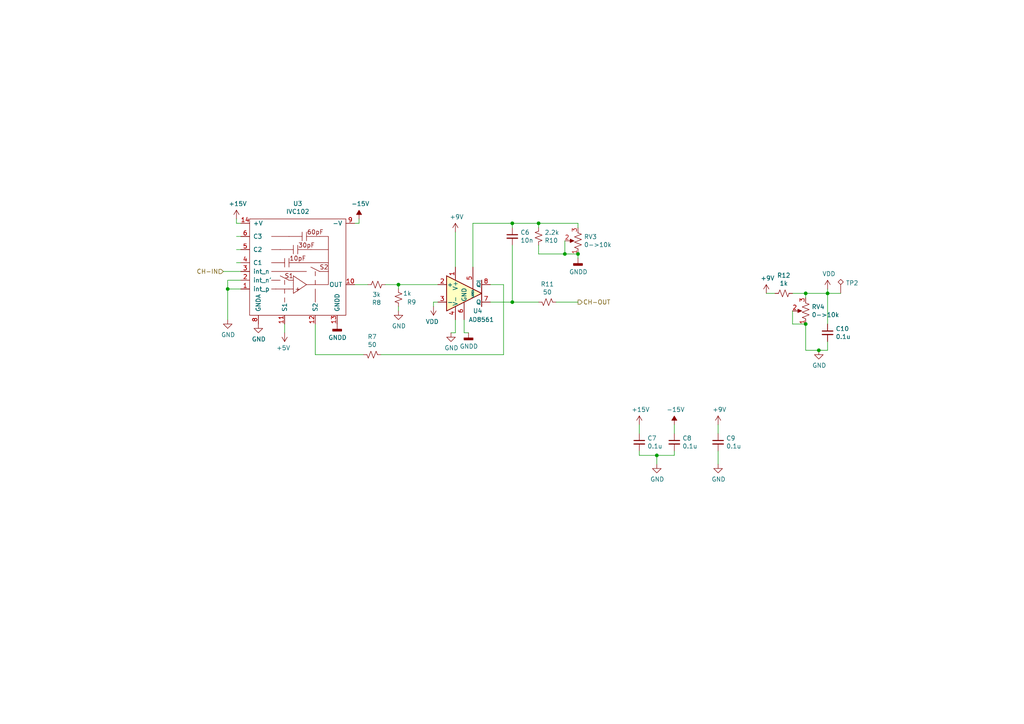
<source format=kicad_sch>
(kicad_sch (version 20211123) (generator eeschema)

  (uuid ee3bb3e1-c9a4-49e1-98ad-7223b7d69a4a)

  (paper "A4")

  (lib_symbols
    (symbol "Comparator:AD8561" (pin_names (offset 0.127)) (in_bom yes) (on_board yes)
      (property "Reference" "U" (id 0) (at 3.81 6.35 0)
        (effects (font (size 1.27 1.27)))
      )
      (property "Value" "AD8561" (id 1) (at 3.81 -5.08 0)
        (effects (font (size 1.27 1.27)))
      )
      (property "Footprint" "" (id 2) (at 0 0 0)
        (effects (font (size 1.27 1.27)) hide)
      )
      (property "Datasheet" "https://www.analog.com/media/en/technical-documentation/data-sheets/ad8561.pdf" (id 3) (at 0 0 0)
        (effects (font (size 1.27 1.27)) hide)
      )
      (property "ki_keywords" "cmp complementary push-pull" (id 4) (at 0 0 0)
        (effects (font (size 1.27 1.27)) hide)
      )
      (property "ki_description" "Ultrafast 7 ns Single Supply Comparator, DIP-8/SOIC-8/TSSOP-8" (id 5) (at 0 0 0)
        (effects (font (size 1.27 1.27)) hide)
      )
      (property "ki_fp_filters" "SOIC*3.9x4.9mm*P1.27mm* TSSOP*4.4x3mm*P0.65mm* DIP*W7.62mm*" (id 6) (at 0 0 0)
        (effects (font (size 1.27 1.27)) hide)
      )
      (symbol "AD8561_0_1"
        (polyline
          (pts
            (xy 5.08 3.81)
            (xy 5.08 -3.81)
          )
          (stroke (width 0.254) (type default) (color 0 0 0 0))
          (fill (type none))
        )
        (polyline
          (pts
            (xy -5.08 5.08)
            (xy 5.08 0)
            (xy -5.08 -5.08)
            (xy -5.08 5.08)
          )
          (stroke (width 0.254) (type default) (color 0 0 0 0))
          (fill (type background))
        )
      )
      (symbol "AD8561_1_1"
        (pin power_in line (at -2.54 7.62 270) (length 3.81)
          (name "V+" (effects (font (size 1.27 1.27))))
          (number "1" (effects (font (size 1.27 1.27))))
        )
        (pin input line (at -7.62 2.54 0) (length 2.54)
          (name "+" (effects (font (size 1.27 1.27))))
          (number "2" (effects (font (size 1.27 1.27))))
        )
        (pin input line (at -7.62 -2.54 0) (length 2.54)
          (name "-" (effects (font (size 1.27 1.27))))
          (number "3" (effects (font (size 1.27 1.27))))
        )
        (pin power_in line (at -2.54 -7.62 90) (length 3.81)
          (name "V-" (effects (font (size 1.27 1.27))))
          (number "4" (effects (font (size 1.27 1.27))))
        )
        (pin input line (at 2.54 7.62 270) (length 6.35)
          (name "LATCH" (effects (font (size 0.508 0.508))))
          (number "5" (effects (font (size 1.27 1.27))))
        )
        (pin power_in line (at 0 -7.62 90) (length 5.08)
          (name "GND" (effects (font (size 1.27 1.27))))
          (number "6" (effects (font (size 1.27 1.27))))
        )
        (pin output line (at 7.62 -2.54 180) (length 2.54)
          (name "Q" (effects (font (size 1.27 1.27))))
          (number "7" (effects (font (size 1.27 1.27))))
        )
        (pin output line (at 7.62 2.54 180) (length 2.54)
          (name "~{Q}" (effects (font (size 1.27 1.27))))
          (number "8" (effects (font (size 1.27 1.27))))
        )
      )
    )
    (symbol "Connector:TestPoint_Alt" (pin_numbers hide) (pin_names (offset 0.762) hide) (in_bom yes) (on_board yes)
      (property "Reference" "TP" (id 0) (at 0 6.858 0)
        (effects (font (size 1.27 1.27)))
      )
      (property "Value" "TestPoint_Alt" (id 1) (at 0 5.08 0)
        (effects (font (size 1.27 1.27)))
      )
      (property "Footprint" "" (id 2) (at 5.08 0 0)
        (effects (font (size 1.27 1.27)) hide)
      )
      (property "Datasheet" "~" (id 3) (at 5.08 0 0)
        (effects (font (size 1.27 1.27)) hide)
      )
      (property "ki_keywords" "test point tp" (id 4) (at 0 0 0)
        (effects (font (size 1.27 1.27)) hide)
      )
      (property "ki_description" "test point (alternative shape)" (id 5) (at 0 0 0)
        (effects (font (size 1.27 1.27)) hide)
      )
      (property "ki_fp_filters" "Pin* Test*" (id 6) (at 0 0 0)
        (effects (font (size 1.27 1.27)) hide)
      )
      (symbol "TestPoint_Alt_0_1"
        (polyline
          (pts
            (xy 0 2.54)
            (xy -0.762 3.302)
            (xy 0 4.064)
            (xy 0.762 3.302)
            (xy 0 2.54)
          )
          (stroke (width 0) (type default) (color 0 0 0 0))
          (fill (type none))
        )
      )
      (symbol "TestPoint_Alt_1_1"
        (pin passive line (at 0 0 90) (length 2.54)
          (name "1" (effects (font (size 1.27 1.27))))
          (number "1" (effects (font (size 1.27 1.27))))
        )
      )
    )
    (symbol "Device:C_Small" (pin_numbers hide) (pin_names (offset 0.254) hide) (in_bom yes) (on_board yes)
      (property "Reference" "C" (id 0) (at 0.254 1.778 0)
        (effects (font (size 1.27 1.27)) (justify left))
      )
      (property "Value" "C_Small" (id 1) (at 0.254 -2.032 0)
        (effects (font (size 1.27 1.27)) (justify left))
      )
      (property "Footprint" "" (id 2) (at 0 0 0)
        (effects (font (size 1.27 1.27)) hide)
      )
      (property "Datasheet" "~" (id 3) (at 0 0 0)
        (effects (font (size 1.27 1.27)) hide)
      )
      (property "ki_keywords" "capacitor cap" (id 4) (at 0 0 0)
        (effects (font (size 1.27 1.27)) hide)
      )
      (property "ki_description" "Unpolarized capacitor, small symbol" (id 5) (at 0 0 0)
        (effects (font (size 1.27 1.27)) hide)
      )
      (property "ki_fp_filters" "C_*" (id 6) (at 0 0 0)
        (effects (font (size 1.27 1.27)) hide)
      )
      (symbol "C_Small_0_1"
        (polyline
          (pts
            (xy -1.524 -0.508)
            (xy 1.524 -0.508)
          )
          (stroke (width 0.3302) (type default) (color 0 0 0 0))
          (fill (type none))
        )
        (polyline
          (pts
            (xy -1.524 0.508)
            (xy 1.524 0.508)
          )
          (stroke (width 0.3048) (type default) (color 0 0 0 0))
          (fill (type none))
        )
      )
      (symbol "C_Small_1_1"
        (pin passive line (at 0 2.54 270) (length 2.032)
          (name "~" (effects (font (size 1.27 1.27))))
          (number "1" (effects (font (size 1.27 1.27))))
        )
        (pin passive line (at 0 -2.54 90) (length 2.032)
          (name "~" (effects (font (size 1.27 1.27))))
          (number "2" (effects (font (size 1.27 1.27))))
        )
      )
    )
    (symbol "Device:R_Small_US" (pin_numbers hide) (pin_names (offset 0.254) hide) (in_bom yes) (on_board yes)
      (property "Reference" "R" (id 0) (at 0.762 0.508 0)
        (effects (font (size 1.27 1.27)) (justify left))
      )
      (property "Value" "R_Small_US" (id 1) (at 0.762 -1.016 0)
        (effects (font (size 1.27 1.27)) (justify left))
      )
      (property "Footprint" "" (id 2) (at 0 0 0)
        (effects (font (size 1.27 1.27)) hide)
      )
      (property "Datasheet" "~" (id 3) (at 0 0 0)
        (effects (font (size 1.27 1.27)) hide)
      )
      (property "ki_keywords" "r resistor" (id 4) (at 0 0 0)
        (effects (font (size 1.27 1.27)) hide)
      )
      (property "ki_description" "Resistor, small US symbol" (id 5) (at 0 0 0)
        (effects (font (size 1.27 1.27)) hide)
      )
      (property "ki_fp_filters" "R_*" (id 6) (at 0 0 0)
        (effects (font (size 1.27 1.27)) hide)
      )
      (symbol "R_Small_US_1_1"
        (polyline
          (pts
            (xy 0 0)
            (xy 1.016 -0.381)
            (xy 0 -0.762)
            (xy -1.016 -1.143)
            (xy 0 -1.524)
          )
          (stroke (width 0) (type default) (color 0 0 0 0))
          (fill (type none))
        )
        (polyline
          (pts
            (xy 0 1.524)
            (xy 1.016 1.143)
            (xy 0 0.762)
            (xy -1.016 0.381)
            (xy 0 0)
          )
          (stroke (width 0) (type default) (color 0 0 0 0))
          (fill (type none))
        )
        (pin passive line (at 0 2.54 270) (length 1.016)
          (name "~" (effects (font (size 1.27 1.27))))
          (number "1" (effects (font (size 1.27 1.27))))
        )
        (pin passive line (at 0 -2.54 90) (length 1.016)
          (name "~" (effects (font (size 1.27 1.27))))
          (number "2" (effects (font (size 1.27 1.27))))
        )
      )
    )
    (symbol "SAQ:IVC102" (pin_names (offset 1.016)) (in_bom yes) (on_board yes)
      (property "Reference" "U" (id 0) (at 0 0 0)
        (effects (font (size 1.27 1.27)))
      )
      (property "Value" "IVC102" (id 1) (at 13.97 0 0)
        (effects (font (size 1.27 1.27)))
      )
      (property "Footprint" "" (id 2) (at 0 0 0)
        (effects (font (size 1.27 1.27)) hide)
      )
      (property "Datasheet" "" (id 3) (at 0 0 0)
        (effects (font (size 1.27 1.27)) hide)
      )
      (symbol "IVC102_0_0"
        (text "10pF" (at 8.89 -13.97 0)
          (effects (font (size 1.27 1.27)))
        )
        (pin unspecified line (at -7.62 -22.86 0) (length 2.54)
          (name "int_p" (effects (font (size 1.27 1.27))))
          (number "1" (effects (font (size 1.27 1.27))))
        )
        (pin unspecified line (at 25.4 -21.59 180) (length 2.54)
          (name "OUT" (effects (font (size 1.27 1.27))))
          (number "10" (effects (font (size 1.27 1.27))))
        )
        (pin unspecified line (at 5.08 -33.02 90) (length 2.54)
          (name "S1" (effects (font (size 1.27 1.27))))
          (number "11" (effects (font (size 1.27 1.27))))
        )
        (pin unspecified line (at 13.97 -33.02 90) (length 2.54)
          (name "S2" (effects (font (size 1.27 1.27))))
          (number "12" (effects (font (size 1.27 1.27))))
        )
        (pin unspecified line (at 20.32 -33.02 90) (length 2.54)
          (name "GNDD" (effects (font (size 1.27 1.27))))
          (number "13" (effects (font (size 1.27 1.27))))
        )
        (pin unspecified line (at -7.62 -3.81 0) (length 2.54)
          (name "+V" (effects (font (size 1.27 1.27))))
          (number "14" (effects (font (size 1.27 1.27))))
        )
        (pin unspecified line (at -7.62 -20.32 0) (length 2.54)
          (name "int_n'" (effects (font (size 1.27 1.27))))
          (number "2" (effects (font (size 1.27 1.27))))
        )
        (pin unspecified line (at -7.62 -17.78 0) (length 2.54)
          (name "int_n" (effects (font (size 1.27 1.27))))
          (number "3" (effects (font (size 1.27 1.27))))
        )
        (pin unspecified line (at -7.62 -15.24 0) (length 2.54)
          (name "C1" (effects (font (size 1.27 1.27))))
          (number "4" (effects (font (size 1.27 1.27))))
        )
        (pin unspecified line (at -7.62 -11.43 0) (length 2.54)
          (name "C2" (effects (font (size 1.27 1.27))))
          (number "5" (effects (font (size 1.27 1.27))))
        )
        (pin unspecified line (at -7.62 -7.62 0) (length 2.54)
          (name "C3" (effects (font (size 1.27 1.27))))
          (number "6" (effects (font (size 1.27 1.27))))
        )
        (pin unspecified line (at -2.54 -33.02 90) (length 2.54) hide
          (name "nc" (effects (font (size 1.27 1.27))))
          (number "7" (effects (font (size 1.27 1.27))))
        )
        (pin unspecified line (at -2.54 -33.02 90) (length 2.54)
          (name "GNDA" (effects (font (size 1.27 1.27))))
          (number "8" (effects (font (size 1.27 1.27))))
        )
        (pin unspecified line (at 25.4 -3.81 180) (length 2.54)
          (name "-V" (effects (font (size 1.27 1.27))))
          (number "9" (effects (font (size 1.27 1.27))))
        )
      )
      (symbol "IVC102_0_1"
        (polyline
          (pts
            (xy 2.54 -22.86)
            (xy 1.27 -22.86)
          )
          (stroke (width 0) (type default) (color 0 0 0 0))
          (fill (type none))
        )
        (polyline
          (pts
            (xy 3.81 -20.32)
            (xy 1.27 -20.32)
          )
          (stroke (width 0) (type default) (color 0 0 0 0))
          (fill (type none))
        )
        (polyline
          (pts
            (xy 5.08 -25.4)
            (xy 5.08 -26.67)
          )
          (stroke (width 0) (type default) (color 0 0 0 0))
          (fill (type none))
        )
        (polyline
          (pts
            (xy 5.08 -22.86)
            (xy 5.08 -24.13)
          )
          (stroke (width 0) (type default) (color 0 0 0 0))
          (fill (type none))
        )
        (polyline
          (pts
            (xy 5.08 -20.32)
            (xy 5.08 -21.59)
          )
          (stroke (width 0) (type default) (color 0 0 0 0))
          (fill (type none))
        )
        (polyline
          (pts
            (xy 5.08 -15.24)
            (xy 1.27 -15.24)
          )
          (stroke (width 0) (type default) (color 0 0 0 0))
          (fill (type none))
        )
        (polyline
          (pts
            (xy 5.08 -13.97)
            (xy 5.08 -16.51)
          )
          (stroke (width 0) (type default) (color 0 0 0 0))
          (fill (type none))
        )
        (polyline
          (pts
            (xy 6.35 -22.86)
            (xy 2.54 -22.86)
          )
          (stroke (width 0) (type default) (color 0 0 0 0))
          (fill (type none))
        )
        (polyline
          (pts
            (xy 6.35 -20.32)
            (xy 3.81 -19.05)
          )
          (stroke (width 0) (type default) (color 0 0 0 0))
          (fill (type none))
        )
        (polyline
          (pts
            (xy 6.35 -15.24)
            (xy 10.16 -15.24)
          )
          (stroke (width 0) (type default) (color 0 0 0 0))
          (fill (type none))
        )
        (polyline
          (pts
            (xy 6.35 -13.97)
            (xy 6.35 -16.51)
          )
          (stroke (width 0) (type default) (color 0 0 0 0))
          (fill (type none))
        )
        (polyline
          (pts
            (xy 11.43 -17.78)
            (xy 1.27 -17.78)
          )
          (stroke (width 0) (type default) (color 0 0 0 0))
          (fill (type none))
        )
        (polyline
          (pts
            (xy 12.7 -16.51)
            (xy 15.24 -17.78)
          )
          (stroke (width 0) (type default) (color 0 0 0 0))
          (fill (type none))
        )
        (polyline
          (pts
            (xy 13.97 -22.86)
            (xy 13.97 -24.13)
          )
          (stroke (width 0) (type default) (color 0 0 0 0))
          (fill (type none))
        )
        (polyline
          (pts
            (xy 13.97 -20.32)
            (xy 13.97 -21.59)
          )
          (stroke (width 0) (type default) (color 0 0 0 0))
          (fill (type none))
        )
        (polyline
          (pts
            (xy 13.97 -17.78)
            (xy 13.97 -19.05)
          )
          (stroke (width 0) (type default) (color 0 0 0 0))
          (fill (type none))
        )
        (polyline
          (pts
            (xy 7.62 -20.32)
            (xy 7.62 -22.86)
            (xy 6.35 -22.86)
          )
          (stroke (width 0) (type default) (color 0 0 0 0))
          (fill (type none))
        )
        (polyline
          (pts
            (xy 7.62 -19.05)
            (xy 7.62 -20.32)
            (xy 6.35 -20.32)
          )
          (stroke (width 0) (type default) (color 0 0 0 0))
          (fill (type none))
        )
        (polyline
          (pts
            (xy 7.62 -22.86)
            (xy 7.62 -24.13)
            (xy 11.43 -21.59)
            (xy 7.62 -19.05)
          )
          (stroke (width 0) (type default) (color 0 0 0 0))
          (fill (type none))
        )
        (polyline
          (pts
            (xy 11.43 -21.59)
            (xy 17.78 -21.59)
            (xy 17.78 -17.78)
            (xy 15.24 -17.78)
          )
          (stroke (width 0) (type default) (color 0 0 0 0))
          (fill (type none))
        )
      )
      (symbol "IVC102_1_1"
        (polyline
          (pts
            (xy 3.81 -11.43)
            (xy 1.27 -11.43)
          )
          (stroke (width 0) (type default) (color 0 0 0 0))
          (fill (type none))
        )
        (polyline
          (pts
            (xy 6.35 -7.62)
            (xy 1.27 -7.62)
          )
          (stroke (width 0) (type default) (color 0 0 0 0))
          (fill (type none))
        )
        (polyline
          (pts
            (xy 7.62 -11.43)
            (xy 3.81 -11.43)
          )
          (stroke (width 0) (type default) (color 0 0 0 0))
          (fill (type none))
        )
        (polyline
          (pts
            (xy 7.62 -10.16)
            (xy 7.62 -12.7)
          )
          (stroke (width 0) (type default) (color 0 0 0 0))
          (fill (type none))
        )
        (polyline
          (pts
            (xy 8.89 -11.43)
            (xy 12.7 -11.43)
          )
          (stroke (width 0) (type default) (color 0 0 0 0))
          (fill (type none))
        )
        (polyline
          (pts
            (xy 8.89 -10.16)
            (xy 8.89 -12.7)
          )
          (stroke (width 0) (type default) (color 0 0 0 0))
          (fill (type none))
        )
        (polyline
          (pts
            (xy 10.16 -7.62)
            (xy 6.35 -7.62)
          )
          (stroke (width 0) (type default) (color 0 0 0 0))
          (fill (type none))
        )
        (polyline
          (pts
            (xy 10.16 -6.35)
            (xy 10.16 -8.89)
          )
          (stroke (width 0) (type default) (color 0 0 0 0))
          (fill (type none))
        )
        (polyline
          (pts
            (xy 11.43 -7.62)
            (xy 15.24 -7.62)
          )
          (stroke (width 0) (type default) (color 0 0 0 0))
          (fill (type none))
        )
        (polyline
          (pts
            (xy 11.43 -6.35)
            (xy 11.43 -8.89)
          )
          (stroke (width 0) (type default) (color 0 0 0 0))
          (fill (type none))
        )
        (polyline
          (pts
            (xy 13.97 -24.13)
            (xy 13.97 -26.67)
          )
          (stroke (width 0) (type default) (color 0 0 0 0))
          (fill (type none))
        )
        (polyline
          (pts
            (xy 10.16 -15.24)
            (xy 17.78 -15.24)
            (xy 17.78 -17.78)
            (xy 17.78 -15.24)
            (xy 17.78 -11.43)
            (xy 12.7 -11.43)
            (xy 17.78 -11.43)
            (xy 17.78 -7.62)
            (xy 15.24 -7.62)
          )
          (stroke (width 0) (type default) (color 0 0 0 0))
          (fill (type none))
        )
        (rectangle (start 22.86 -2.54) (end -5.08 -30.48)
          (stroke (width 0) (type default) (color 0 0 0 0))
          (fill (type none))
        )
        (text "+" (at 8.89 -22.86 0)
          (effects (font (size 1.27 1.27)))
        )
        (text "30pF" (at 11.43 -10.16 0)
          (effects (font (size 1.27 1.27)))
        )
        (text "60pF" (at 13.97 -6.35 0)
          (effects (font (size 1.27 1.27)))
        )
        (text "S1" (at 6.35 -19.05 0)
          (effects (font (size 1.27 1.27)))
        )
        (text "S2" (at 16.51 -16.51 0)
          (effects (font (size 1.27 1.27)))
        )
      )
    )
    (symbol "SAQ_KiCad_one-rescue:R_POT_US-Device" (pin_names (offset 1.016) hide) (in_bom yes) (on_board yes)
      (property "Reference" "RV" (id 0) (at -4.445 0 90)
        (effects (font (size 1.27 1.27)))
      )
      (property "Value" "R_POT_US-Device" (id 1) (at -2.54 0 90)
        (effects (font (size 1.27 1.27)))
      )
      (property "Footprint" "" (id 2) (at 0 0 0)
        (effects (font (size 1.27 1.27)) hide)
      )
      (property "Datasheet" "" (id 3) (at 0 0 0)
        (effects (font (size 1.27 1.27)) hide)
      )
      (property "ki_fp_filters" "Potentiometer*" (id 4) (at 0 0 0)
        (effects (font (size 1.27 1.27)) hide)
      )
      (symbol "R_POT_US-Device_0_1"
        (polyline
          (pts
            (xy 0 -2.286)
            (xy 0 -2.54)
          )
          (stroke (width 0) (type default) (color 0 0 0 0))
          (fill (type none))
        )
        (polyline
          (pts
            (xy 0 2.54)
            (xy 0 2.286)
          )
          (stroke (width 0) (type default) (color 0 0 0 0))
          (fill (type none))
        )
        (polyline
          (pts
            (xy 2.54 0)
            (xy 1.524 0)
          )
          (stroke (width 0) (type default) (color 0 0 0 0))
          (fill (type none))
        )
        (polyline
          (pts
            (xy 1.143 0)
            (xy 2.286 0.508)
            (xy 2.286 -0.508)
            (xy 1.143 0)
          )
          (stroke (width 0) (type default) (color 0 0 0 0))
          (fill (type outline))
        )
        (polyline
          (pts
            (xy 0 -0.762)
            (xy 1.016 -1.143)
            (xy 0 -1.524)
            (xy -1.016 -1.905)
            (xy 0 -2.286)
          )
          (stroke (width 0) (type default) (color 0 0 0 0))
          (fill (type none))
        )
        (polyline
          (pts
            (xy 0 0.762)
            (xy 1.016 0.381)
            (xy 0 0)
            (xy -1.016 -0.381)
            (xy 0 -0.762)
          )
          (stroke (width 0) (type default) (color 0 0 0 0))
          (fill (type none))
        )
        (polyline
          (pts
            (xy 0 2.286)
            (xy 1.016 1.905)
            (xy 0 1.524)
            (xy -1.016 1.143)
            (xy 0 0.762)
          )
          (stroke (width 0) (type default) (color 0 0 0 0))
          (fill (type none))
        )
      )
      (symbol "R_POT_US-Device_1_1"
        (pin passive line (at 0 3.81 270) (length 1.27)
          (name "1" (effects (font (size 1.27 1.27))))
          (number "1" (effects (font (size 1.27 1.27))))
        )
        (pin passive line (at 3.81 0 180) (length 1.27)
          (name "2" (effects (font (size 1.27 1.27))))
          (number "2" (effects (font (size 1.27 1.27))))
        )
        (pin passive line (at 0 -3.81 90) (length 1.27)
          (name "3" (effects (font (size 1.27 1.27))))
          (number "3" (effects (font (size 1.27 1.27))))
        )
      )
    )
    (symbol "power:+15V" (power) (pin_names (offset 0)) (in_bom yes) (on_board yes)
      (property "Reference" "#PWR" (id 0) (at 0 -3.81 0)
        (effects (font (size 1.27 1.27)) hide)
      )
      (property "Value" "+15V" (id 1) (at 0 3.556 0)
        (effects (font (size 1.27 1.27)))
      )
      (property "Footprint" "" (id 2) (at 0 0 0)
        (effects (font (size 1.27 1.27)) hide)
      )
      (property "Datasheet" "" (id 3) (at 0 0 0)
        (effects (font (size 1.27 1.27)) hide)
      )
      (property "ki_keywords" "power-flag" (id 4) (at 0 0 0)
        (effects (font (size 1.27 1.27)) hide)
      )
      (property "ki_description" "Power symbol creates a global label with name \"+15V\"" (id 5) (at 0 0 0)
        (effects (font (size 1.27 1.27)) hide)
      )
      (symbol "+15V_0_1"
        (polyline
          (pts
            (xy -0.762 1.27)
            (xy 0 2.54)
          )
          (stroke (width 0) (type default) (color 0 0 0 0))
          (fill (type none))
        )
        (polyline
          (pts
            (xy 0 0)
            (xy 0 2.54)
          )
          (stroke (width 0) (type default) (color 0 0 0 0))
          (fill (type none))
        )
        (polyline
          (pts
            (xy 0 2.54)
            (xy 0.762 1.27)
          )
          (stroke (width 0) (type default) (color 0 0 0 0))
          (fill (type none))
        )
      )
      (symbol "+15V_1_1"
        (pin power_in line (at 0 0 90) (length 0) hide
          (name "+15V" (effects (font (size 1.27 1.27))))
          (number "1" (effects (font (size 1.27 1.27))))
        )
      )
    )
    (symbol "power:+5V" (power) (pin_names (offset 0)) (in_bom yes) (on_board yes)
      (property "Reference" "#PWR" (id 0) (at 0 -3.81 0)
        (effects (font (size 1.27 1.27)) hide)
      )
      (property "Value" "+5V" (id 1) (at 0 3.556 0)
        (effects (font (size 1.27 1.27)))
      )
      (property "Footprint" "" (id 2) (at 0 0 0)
        (effects (font (size 1.27 1.27)) hide)
      )
      (property "Datasheet" "" (id 3) (at 0 0 0)
        (effects (font (size 1.27 1.27)) hide)
      )
      (property "ki_keywords" "power-flag" (id 4) (at 0 0 0)
        (effects (font (size 1.27 1.27)) hide)
      )
      (property "ki_description" "Power symbol creates a global label with name \"+5V\"" (id 5) (at 0 0 0)
        (effects (font (size 1.27 1.27)) hide)
      )
      (symbol "+5V_0_1"
        (polyline
          (pts
            (xy -0.762 1.27)
            (xy 0 2.54)
          )
          (stroke (width 0) (type default) (color 0 0 0 0))
          (fill (type none))
        )
        (polyline
          (pts
            (xy 0 0)
            (xy 0 2.54)
          )
          (stroke (width 0) (type default) (color 0 0 0 0))
          (fill (type none))
        )
        (polyline
          (pts
            (xy 0 2.54)
            (xy 0.762 1.27)
          )
          (stroke (width 0) (type default) (color 0 0 0 0))
          (fill (type none))
        )
      )
      (symbol "+5V_1_1"
        (pin power_in line (at 0 0 90) (length 0) hide
          (name "+5V" (effects (font (size 1.27 1.27))))
          (number "1" (effects (font (size 1.27 1.27))))
        )
      )
    )
    (symbol "power:+9V" (power) (pin_names (offset 0)) (in_bom yes) (on_board yes)
      (property "Reference" "#PWR" (id 0) (at 0 -3.81 0)
        (effects (font (size 1.27 1.27)) hide)
      )
      (property "Value" "+9V" (id 1) (at 0 3.556 0)
        (effects (font (size 1.27 1.27)))
      )
      (property "Footprint" "" (id 2) (at 0 0 0)
        (effects (font (size 1.27 1.27)) hide)
      )
      (property "Datasheet" "" (id 3) (at 0 0 0)
        (effects (font (size 1.27 1.27)) hide)
      )
      (property "ki_keywords" "power-flag" (id 4) (at 0 0 0)
        (effects (font (size 1.27 1.27)) hide)
      )
      (property "ki_description" "Power symbol creates a global label with name \"+9V\"" (id 5) (at 0 0 0)
        (effects (font (size 1.27 1.27)) hide)
      )
      (symbol "+9V_0_1"
        (polyline
          (pts
            (xy -0.762 1.27)
            (xy 0 2.54)
          )
          (stroke (width 0) (type default) (color 0 0 0 0))
          (fill (type none))
        )
        (polyline
          (pts
            (xy 0 0)
            (xy 0 2.54)
          )
          (stroke (width 0) (type default) (color 0 0 0 0))
          (fill (type none))
        )
        (polyline
          (pts
            (xy 0 2.54)
            (xy 0.762 1.27)
          )
          (stroke (width 0) (type default) (color 0 0 0 0))
          (fill (type none))
        )
      )
      (symbol "+9V_1_1"
        (pin power_in line (at 0 0 90) (length 0) hide
          (name "+9V" (effects (font (size 1.27 1.27))))
          (number "1" (effects (font (size 1.27 1.27))))
        )
      )
    )
    (symbol "power:-15V" (power) (pin_names (offset 0)) (in_bom yes) (on_board yes)
      (property "Reference" "#PWR" (id 0) (at 0 2.54 0)
        (effects (font (size 1.27 1.27)) hide)
      )
      (property "Value" "-15V" (id 1) (at 0 3.81 0)
        (effects (font (size 1.27 1.27)))
      )
      (property "Footprint" "" (id 2) (at 0 0 0)
        (effects (font (size 1.27 1.27)) hide)
      )
      (property "Datasheet" "" (id 3) (at 0 0 0)
        (effects (font (size 1.27 1.27)) hide)
      )
      (property "ki_keywords" "power-flag" (id 4) (at 0 0 0)
        (effects (font (size 1.27 1.27)) hide)
      )
      (property "ki_description" "Power symbol creates a global label with name \"-15V\"" (id 5) (at 0 0 0)
        (effects (font (size 1.27 1.27)) hide)
      )
      (symbol "-15V_0_0"
        (pin power_in line (at 0 0 90) (length 0) hide
          (name "-15V" (effects (font (size 1.27 1.27))))
          (number "1" (effects (font (size 1.27 1.27))))
        )
      )
      (symbol "-15V_0_1"
        (polyline
          (pts
            (xy 0 0)
            (xy 0 1.27)
            (xy 0.762 1.27)
            (xy 0 2.54)
            (xy -0.762 1.27)
            (xy 0 1.27)
          )
          (stroke (width 0) (type default) (color 0 0 0 0))
          (fill (type outline))
        )
      )
    )
    (symbol "power:GND" (power) (pin_names (offset 0)) (in_bom yes) (on_board yes)
      (property "Reference" "#PWR" (id 0) (at 0 -6.35 0)
        (effects (font (size 1.27 1.27)) hide)
      )
      (property "Value" "GND" (id 1) (at 0 -3.81 0)
        (effects (font (size 1.27 1.27)))
      )
      (property "Footprint" "" (id 2) (at 0 0 0)
        (effects (font (size 1.27 1.27)) hide)
      )
      (property "Datasheet" "" (id 3) (at 0 0 0)
        (effects (font (size 1.27 1.27)) hide)
      )
      (property "ki_keywords" "power-flag" (id 4) (at 0 0 0)
        (effects (font (size 1.27 1.27)) hide)
      )
      (property "ki_description" "Power symbol creates a global label with name \"GND\" , ground" (id 5) (at 0 0 0)
        (effects (font (size 1.27 1.27)) hide)
      )
      (symbol "GND_0_1"
        (polyline
          (pts
            (xy 0 0)
            (xy 0 -1.27)
            (xy 1.27 -1.27)
            (xy 0 -2.54)
            (xy -1.27 -1.27)
            (xy 0 -1.27)
          )
          (stroke (width 0) (type default) (color 0 0 0 0))
          (fill (type none))
        )
      )
      (symbol "GND_1_1"
        (pin power_in line (at 0 0 270) (length 0) hide
          (name "GND" (effects (font (size 1.27 1.27))))
          (number "1" (effects (font (size 1.27 1.27))))
        )
      )
    )
    (symbol "power:GNDD" (power) (pin_names (offset 0)) (in_bom yes) (on_board yes)
      (property "Reference" "#PWR" (id 0) (at 0 -6.35 0)
        (effects (font (size 1.27 1.27)) hide)
      )
      (property "Value" "GNDD" (id 1) (at 0 -3.175 0)
        (effects (font (size 1.27 1.27)))
      )
      (property "Footprint" "" (id 2) (at 0 0 0)
        (effects (font (size 1.27 1.27)) hide)
      )
      (property "Datasheet" "" (id 3) (at 0 0 0)
        (effects (font (size 1.27 1.27)) hide)
      )
      (property "ki_keywords" "power-flag" (id 4) (at 0 0 0)
        (effects (font (size 1.27 1.27)) hide)
      )
      (property "ki_description" "Power symbol creates a global label with name \"GNDD\" , digital ground" (id 5) (at 0 0 0)
        (effects (font (size 1.27 1.27)) hide)
      )
      (symbol "GNDD_0_1"
        (rectangle (start -1.27 -1.524) (end 1.27 -2.032)
          (stroke (width 0.254) (type default) (color 0 0 0 0))
          (fill (type outline))
        )
        (polyline
          (pts
            (xy 0 0)
            (xy 0 -1.524)
          )
          (stroke (width 0) (type default) (color 0 0 0 0))
          (fill (type none))
        )
      )
      (symbol "GNDD_1_1"
        (pin power_in line (at 0 0 270) (length 0) hide
          (name "GNDD" (effects (font (size 1.27 1.27))))
          (number "1" (effects (font (size 1.27 1.27))))
        )
      )
    )
    (symbol "power:VDD" (power) (pin_names (offset 0)) (in_bom yes) (on_board yes)
      (property "Reference" "#PWR" (id 0) (at 0 -3.81 0)
        (effects (font (size 1.27 1.27)) hide)
      )
      (property "Value" "VDD" (id 1) (at 0 3.81 0)
        (effects (font (size 1.27 1.27)))
      )
      (property "Footprint" "" (id 2) (at 0 0 0)
        (effects (font (size 1.27 1.27)) hide)
      )
      (property "Datasheet" "" (id 3) (at 0 0 0)
        (effects (font (size 1.27 1.27)) hide)
      )
      (property "ki_keywords" "power-flag" (id 4) (at 0 0 0)
        (effects (font (size 1.27 1.27)) hide)
      )
      (property "ki_description" "Power symbol creates a global label with name \"VDD\"" (id 5) (at 0 0 0)
        (effects (font (size 1.27 1.27)) hide)
      )
      (symbol "VDD_0_1"
        (polyline
          (pts
            (xy -0.762 1.27)
            (xy 0 2.54)
          )
          (stroke (width 0) (type default) (color 0 0 0 0))
          (fill (type none))
        )
        (polyline
          (pts
            (xy 0 0)
            (xy 0 2.54)
          )
          (stroke (width 0) (type default) (color 0 0 0 0))
          (fill (type none))
        )
        (polyline
          (pts
            (xy 0 2.54)
            (xy 0.762 1.27)
          )
          (stroke (width 0) (type default) (color 0 0 0 0))
          (fill (type none))
        )
      )
      (symbol "VDD_1_1"
        (pin power_in line (at 0 0 90) (length 0) hide
          (name "VDD" (effects (font (size 1.27 1.27))))
          (number "1" (effects (font (size 1.27 1.27))))
        )
      )
    )
  )

  (junction (at 233.68 93.98) (diameter 0) (color 0 0 0 0)
    (uuid 2014ef9c-9f04-4b66-9da8-24c8b66f4d0b)
  )
  (junction (at 167.64 73.66) (diameter 0) (color 0 0 0 0)
    (uuid 27393122-acf6-405d-9345-0a4e19e3c958)
  )
  (junction (at 148.59 87.63) (diameter 0) (color 0 0 0 0)
    (uuid 40924754-10d7-4fd3-8759-d633cb10579f)
  )
  (junction (at 163.83 73.66) (diameter 0) (color 0 0 0 0)
    (uuid 43e202f2-2a26-4c11-8268-7faf7b0732b5)
  )
  (junction (at 115.57 82.55) (diameter 0) (color 0 0 0 0)
    (uuid 54ea0425-2f4e-448b-a4d9-42277d121918)
  )
  (junction (at 156.21 64.77) (diameter 0) (color 0 0 0 0)
    (uuid 5969edea-a0d6-42c7-9056-dad24a20da9e)
  )
  (junction (at 148.59 64.77) (diameter 0) (color 0 0 0 0)
    (uuid 6fe9b9f9-de29-4de0-98a1-02d9e7d93d32)
  )
  (junction (at 190.5 132.08) (diameter 0) (color 0 0 0 0)
    (uuid b6a06d58-3965-430e-bc49-27b5e13d4efb)
  )
  (junction (at 240.03 85.09) (diameter 0) (color 0 0 0 0)
    (uuid b6ce1477-8294-46b5-a89b-574310149480)
  )
  (junction (at 233.68 85.09) (diameter 0) (color 0 0 0 0)
    (uuid bcff00e7-5c54-4061-8049-a9a6d69f392a)
  )
  (junction (at 66.04 83.82) (diameter 0) (color 0 0 0 0)
    (uuid c3482771-8618-43d0-9d16-82f8a32f8149)
  )
  (junction (at 237.49 101.6) (diameter 0) (color 0 0 0 0)
    (uuid d145e930-41e7-4745-b7c3-be3d04f98061)
  )

  (wire (pts (xy 69.85 72.39) (xy 68.58 72.39))
    (stroke (width 0) (type default) (color 0 0 0 0))
    (uuid 013e8f0f-c1fe-47c0-b1fe-d2109d144238)
  )
  (wire (pts (xy 156.21 71.12) (xy 156.21 73.66))
    (stroke (width 0) (type default) (color 0 0 0 0))
    (uuid 0579d9cb-b751-4b9a-a011-2af979cb1101)
  )
  (wire (pts (xy 115.57 90.17) (xy 115.57 88.9))
    (stroke (width 0) (type default) (color 0 0 0 0))
    (uuid 0ef72ece-c94d-4c2f-b100-69da65e72eee)
  )
  (wire (pts (xy 134.62 92.71) (xy 134.62 96.52))
    (stroke (width 0) (type default) (color 0 0 0 0))
    (uuid 120be6d1-f41f-4eac-9682-9379564158aa)
  )
  (wire (pts (xy 195.58 132.08) (xy 195.58 130.81))
    (stroke (width 0) (type default) (color 0 0 0 0))
    (uuid 13104c33-771e-495a-bbd2-c3bceadf9111)
  )
  (wire (pts (xy 115.57 83.82) (xy 115.57 82.55))
    (stroke (width 0) (type default) (color 0 0 0 0))
    (uuid 1357f503-8119-4a0b-88e1-e9dc63e37cd1)
  )
  (wire (pts (xy 146.05 82.55) (xy 146.05 102.87))
    (stroke (width 0) (type default) (color 0 0 0 0))
    (uuid 13c7a74f-7410-4caa-b541-1663e6a4041b)
  )
  (wire (pts (xy 69.85 81.28) (xy 66.04 81.28))
    (stroke (width 0) (type default) (color 0 0 0 0))
    (uuid 22cd20a9-e83a-489d-b90b-b5926e1be164)
  )
  (wire (pts (xy 104.14 64.77) (xy 102.87 64.77))
    (stroke (width 0) (type default) (color 0 0 0 0))
    (uuid 29e5e4e3-9a4f-4a37-8813-1278ae6ea842)
  )
  (wire (pts (xy 148.59 87.63) (xy 142.24 87.63))
    (stroke (width 0) (type default) (color 0 0 0 0))
    (uuid 2ae7c027-7786-4851-879b-4d484e7db121)
  )
  (wire (pts (xy 137.16 64.77) (xy 137.16 77.47))
    (stroke (width 0) (type default) (color 0 0 0 0))
    (uuid 379d8850-2f83-4fd2-adad-bdb0a53fec4d)
  )
  (wire (pts (xy 208.28 125.73) (xy 208.28 123.19))
    (stroke (width 0) (type default) (color 0 0 0 0))
    (uuid 3ae064bf-fe2a-4307-a7f4-47e39b3c4bc4)
  )
  (wire (pts (xy 240.03 99.06) (xy 240.03 101.6))
    (stroke (width 0) (type default) (color 0 0 0 0))
    (uuid 3cbea2c0-73d3-4297-9b28-645b07a343a2)
  )
  (wire (pts (xy 243.84 85.09) (xy 240.03 85.09))
    (stroke (width 0) (type default) (color 0 0 0 0))
    (uuid 4002b1b1-2ad2-4252-b182-508e8692dcb6)
  )
  (wire (pts (xy 69.85 68.58) (xy 68.58 68.58))
    (stroke (width 0) (type default) (color 0 0 0 0))
    (uuid 40b6e2d2-2f7a-4bb8-8bc1-467edb1e5ec9)
  )
  (wire (pts (xy 104.14 63.5) (xy 104.14 64.77))
    (stroke (width 0) (type default) (color 0 0 0 0))
    (uuid 428b8a72-2a15-4f9a-a476-63ae5be61c0b)
  )
  (wire (pts (xy 110.49 102.87) (xy 146.05 102.87))
    (stroke (width 0) (type default) (color 0 0 0 0))
    (uuid 4abb1784-8def-4ca0-8241-a6f56f60d34c)
  )
  (wire (pts (xy 233.68 85.09) (xy 233.68 86.36))
    (stroke (width 0) (type default) (color 0 0 0 0))
    (uuid 52fe61bd-1d8f-4f49-be31-7bed470669f4)
  )
  (wire (pts (xy 240.03 83.82) (xy 240.03 85.09))
    (stroke (width 0) (type default) (color 0 0 0 0))
    (uuid 5598e999-5efa-44b3-8ed0-1ecd6d25cebf)
  )
  (wire (pts (xy 156.21 73.66) (xy 163.83 73.66))
    (stroke (width 0) (type default) (color 0 0 0 0))
    (uuid 5b58ba25-e7f0-4019-be1e-57f7cc01bcc7)
  )
  (wire (pts (xy 68.58 63.5) (xy 68.58 64.77))
    (stroke (width 0) (type default) (color 0 0 0 0))
    (uuid 64564d4b-70b2-4d6f-9fb9-8989b41baec6)
  )
  (wire (pts (xy 91.44 102.87) (xy 105.41 102.87))
    (stroke (width 0) (type default) (color 0 0 0 0))
    (uuid 64ada591-88f6-4086-ac8e-a936448d9f83)
  )
  (wire (pts (xy 229.87 85.09) (xy 233.68 85.09))
    (stroke (width 0) (type default) (color 0 0 0 0))
    (uuid 675f3037-9e9f-42ce-b26b-5957bb818901)
  )
  (wire (pts (xy 125.73 87.63) (xy 125.73 88.9))
    (stroke (width 0) (type default) (color 0 0 0 0))
    (uuid 67bdcc57-4654-4f4c-9642-fc66850ea249)
  )
  (wire (pts (xy 233.68 93.98) (xy 233.68 101.6))
    (stroke (width 0) (type default) (color 0 0 0 0))
    (uuid 6b6d8916-9d6b-4ddb-9bcc-266b5b37cf4e)
  )
  (wire (pts (xy 148.59 87.63) (xy 156.21 87.63))
    (stroke (width 0) (type default) (color 0 0 0 0))
    (uuid 6d4bb67c-b90a-4d0c-a03e-52c47001fe80)
  )
  (wire (pts (xy 163.83 73.66) (xy 163.83 69.85))
    (stroke (width 0) (type default) (color 0 0 0 0))
    (uuid 707a7216-2815-425d-9a91-1d12e8038233)
  )
  (wire (pts (xy 66.04 83.82) (xy 66.04 92.71))
    (stroke (width 0) (type default) (color 0 0 0 0))
    (uuid 717686f2-e419-492f-8f60-7a38ffbac4be)
  )
  (wire (pts (xy 229.87 90.17) (xy 229.87 93.98))
    (stroke (width 0) (type default) (color 0 0 0 0))
    (uuid 7c0a32e2-4dbc-422e-9db9-20dfd68f689f)
  )
  (wire (pts (xy 240.03 101.6) (xy 237.49 101.6))
    (stroke (width 0) (type default) (color 0 0 0 0))
    (uuid 7f37e524-612d-4fb7-be2d-c6a3644d66c4)
  )
  (wire (pts (xy 115.57 82.55) (xy 127 82.55))
    (stroke (width 0) (type default) (color 0 0 0 0))
    (uuid 8693e134-d365-447c-8719-58cb08e415a5)
  )
  (wire (pts (xy 148.59 64.77) (xy 148.59 66.04))
    (stroke (width 0) (type default) (color 0 0 0 0))
    (uuid 8a332fed-5115-412d-bf8b-f3a9d2dbb56e)
  )
  (wire (pts (xy 229.87 93.98) (xy 233.68 93.98))
    (stroke (width 0) (type default) (color 0 0 0 0))
    (uuid 8a351f77-4305-46ec-abb2-4bebae9f3c41)
  )
  (wire (pts (xy 167.64 64.77) (xy 156.21 64.77))
    (stroke (width 0) (type default) (color 0 0 0 0))
    (uuid 8a6f9310-6496-4146-9d3a-1ef403fb9a1a)
  )
  (wire (pts (xy 185.42 125.73) (xy 185.42 123.19))
    (stroke (width 0) (type default) (color 0 0 0 0))
    (uuid 8af6c043-57bb-4f0a-a381-a862b4f3ddf1)
  )
  (wire (pts (xy 69.85 76.2) (xy 68.58 76.2))
    (stroke (width 0) (type default) (color 0 0 0 0))
    (uuid 935459c5-dd8f-4dfb-b814-87587fcca656)
  )
  (wire (pts (xy 137.16 64.77) (xy 148.59 64.77))
    (stroke (width 0) (type default) (color 0 0 0 0))
    (uuid 97fd9391-ec3c-4c51-ba4d-daa462f8ed61)
  )
  (wire (pts (xy 69.85 83.82) (xy 66.04 83.82))
    (stroke (width 0) (type default) (color 0 0 0 0))
    (uuid 98f03f21-2289-4fc0-a413-e4d76a0a338a)
  )
  (wire (pts (xy 64.77 78.74) (xy 69.85 78.74))
    (stroke (width 0) (type default) (color 0 0 0 0))
    (uuid 9b1f8c9b-b361-49f9-aefd-02eb51e9dc3a)
  )
  (wire (pts (xy 132.08 67.31) (xy 132.08 77.47))
    (stroke (width 0) (type default) (color 0 0 0 0))
    (uuid a2f9e430-5435-4edc-aaba-11f10e128ecf)
  )
  (wire (pts (xy 185.42 130.81) (xy 185.42 132.08))
    (stroke (width 0) (type default) (color 0 0 0 0))
    (uuid a5efa9a4-c700-4b26-8dc4-3b123bf988f8)
  )
  (wire (pts (xy 167.64 66.04) (xy 167.64 64.77))
    (stroke (width 0) (type default) (color 0 0 0 0))
    (uuid a7887fab-326f-47d9-98b6-8b0596232a20)
  )
  (wire (pts (xy 68.58 64.77) (xy 69.85 64.77))
    (stroke (width 0) (type default) (color 0 0 0 0))
    (uuid a9ae0513-8212-40de-9307-b026a95ee7a2)
  )
  (wire (pts (xy 91.44 102.87) (xy 91.44 93.98))
    (stroke (width 0) (type default) (color 0 0 0 0))
    (uuid aafdd907-5e58-4a21-ba6b-7bf790d71975)
  )
  (wire (pts (xy 237.49 101.6) (xy 233.68 101.6))
    (stroke (width 0) (type default) (color 0 0 0 0))
    (uuid ae15055c-e113-40eb-ac2f-ef38b5139844)
  )
  (wire (pts (xy 102.87 82.55) (xy 106.68 82.55))
    (stroke (width 0) (type default) (color 0 0 0 0))
    (uuid af918983-2448-4667-8bd0-980bd5ae5aac)
  )
  (wire (pts (xy 134.62 96.52) (xy 135.89 96.52))
    (stroke (width 0) (type default) (color 0 0 0 0))
    (uuid b223dba8-6ab8-4967-9043-b90440e2d958)
  )
  (wire (pts (xy 156.21 64.77) (xy 148.59 64.77))
    (stroke (width 0) (type default) (color 0 0 0 0))
    (uuid b44b5a66-e361-42fb-a76d-f49d3f621f6a)
  )
  (wire (pts (xy 233.68 85.09) (xy 240.03 85.09))
    (stroke (width 0) (type default) (color 0 0 0 0))
    (uuid bab21578-31b5-4640-bfb8-a0ed02bfea44)
  )
  (wire (pts (xy 66.04 81.28) (xy 66.04 83.82))
    (stroke (width 0) (type default) (color 0 0 0 0))
    (uuid bf2292d5-7b33-4fcb-b41e-c3bb62caaeb8)
  )
  (wire (pts (xy 190.5 132.08) (xy 190.5 134.62))
    (stroke (width 0) (type default) (color 0 0 0 0))
    (uuid c1f6c3a3-336a-4188-a9c2-fd56f9dad321)
  )
  (wire (pts (xy 195.58 125.73) (xy 195.58 123.19))
    (stroke (width 0) (type default) (color 0 0 0 0))
    (uuid c3df590f-097c-4401-9fee-ecf561136b82)
  )
  (wire (pts (xy 82.55 93.98) (xy 82.55 96.52))
    (stroke (width 0) (type default) (color 0 0 0 0))
    (uuid c699b70e-69f8-4382-82a1-37b2db49865d)
  )
  (wire (pts (xy 156.21 66.04) (xy 156.21 64.77))
    (stroke (width 0) (type default) (color 0 0 0 0))
    (uuid c7377ef1-4b4a-4d88-aaf5-2fa6a7f568f5)
  )
  (wire (pts (xy 132.08 92.71) (xy 132.08 96.52))
    (stroke (width 0) (type default) (color 0 0 0 0))
    (uuid c76dcc3e-5f55-463e-8cbb-e0750e15ca08)
  )
  (wire (pts (xy 167.64 74.93) (xy 167.64 73.66))
    (stroke (width 0) (type default) (color 0 0 0 0))
    (uuid c89f6269-9606-4b6b-93ea-c2d377badbbb)
  )
  (wire (pts (xy 148.59 71.12) (xy 148.59 87.63))
    (stroke (width 0) (type default) (color 0 0 0 0))
    (uuid c9ac555f-8008-4a3b-a021-7ed6ba2cf805)
  )
  (wire (pts (xy 132.08 96.52) (xy 130.81 96.52))
    (stroke (width 0) (type default) (color 0 0 0 0))
    (uuid c9b2656b-1a16-4e04-b7db-3c741945c76b)
  )
  (wire (pts (xy 240.03 85.09) (xy 240.03 93.98))
    (stroke (width 0) (type default) (color 0 0 0 0))
    (uuid cfa01cdd-7198-4486-ba49-54f1ce0fe51e)
  )
  (wire (pts (xy 185.42 132.08) (xy 190.5 132.08))
    (stroke (width 0) (type default) (color 0 0 0 0))
    (uuid d1a6a26d-ca83-4599-a362-25534e25fd93)
  )
  (wire (pts (xy 167.64 73.66) (xy 163.83 73.66))
    (stroke (width 0) (type default) (color 0 0 0 0))
    (uuid d2662d74-76bd-4da1-a67e-3d53da0bb834)
  )
  (wire (pts (xy 111.76 82.55) (xy 115.57 82.55))
    (stroke (width 0) (type default) (color 0 0 0 0))
    (uuid db13281d-33d7-4a41-bb9b-8feb80960a90)
  )
  (wire (pts (xy 142.24 82.55) (xy 146.05 82.55))
    (stroke (width 0) (type default) (color 0 0 0 0))
    (uuid dc1007c3-e15b-4240-a237-55fe05e92590)
  )
  (wire (pts (xy 208.28 130.81) (xy 208.28 134.62))
    (stroke (width 0) (type default) (color 0 0 0 0))
    (uuid e4e709e5-dd5e-463c-9955-9db3a24d71e0)
  )
  (wire (pts (xy 127 87.63) (xy 125.73 87.63))
    (stroke (width 0) (type default) (color 0 0 0 0))
    (uuid e863dde1-dd7c-490e-800b-61f5534bb000)
  )
  (wire (pts (xy 161.29 87.63) (xy 167.64 87.63))
    (stroke (width 0) (type default) (color 0 0 0 0))
    (uuid ea3ca89c-aa94-45c2-a4c9-bb671f034367)
  )
  (wire (pts (xy 190.5 132.08) (xy 195.58 132.08))
    (stroke (width 0) (type default) (color 0 0 0 0))
    (uuid f3ad1c9b-2cc7-49c5-ae82-fb54dc5d9a2e)
  )
  (wire (pts (xy 222.25 85.09) (xy 224.79 85.09))
    (stroke (width 0) (type default) (color 0 0 0 0))
    (uuid fc7aa52a-c587-4134-a9da-3c793657ecaf)
  )

  (hierarchical_label "CH-IN" (shape input) (at 64.77 78.74 180)
    (effects (font (size 1.27 1.27)) (justify right))
    (uuid 45f3fc88-dc47-41b5-a430-bf3395ec5cd7)
  )
  (hierarchical_label "CH-OUT" (shape output) (at 167.64 87.63 0)
    (effects (font (size 1.27 1.27)) (justify left))
    (uuid cfec26f0-ddfd-4f11-a2e7-c235b8025adf)
  )

  (symbol (lib_id "Connector:TestPoint_Alt") (at 243.84 85.09 0) (unit 1)
    (in_bom yes) (on_board yes)
    (uuid 0d5a9627-b133-4d25-9e55-9d21fab62e4b)
    (property "Reference" "TP2" (id 0) (at 245.3132 82.0928 0)
      (effects (font (size 1.27 1.27)) (justify left))
    )
    (property "Value" "TestPoint_Alt" (id 1) (at 245.3132 84.4042 0)
      (effects (font (size 1.27 1.27)) (justify left) hide)
    )
    (property "Footprint" "TestPoint:TestPoint_THTPad_2.5x2.5mm_Drill1.2mm" (id 2) (at 248.92 85.09 0)
      (effects (font (size 1.27 1.27)) hide)
    )
    (property "Datasheet" "~" (id 3) (at 248.92 85.09 0)
      (effects (font (size 1.27 1.27)) hide)
    )
    (pin "1" (uuid 863d7e38-2d36-4cd8-93b9-224e6c78383e))
  )

  (symbol (lib_id "power:GND") (at 115.57 90.17 0) (unit 1)
    (in_bom yes) (on_board yes)
    (uuid 0dd40623-85c4-4dc6-8ea2-6e5d8e6e7e3d)
    (property "Reference" "#PWR036" (id 0) (at 115.57 96.52 0)
      (effects (font (size 1.27 1.27)) hide)
    )
    (property "Value" "GND" (id 1) (at 115.697 94.5642 0))
    (property "Footprint" "" (id 2) (at 115.57 90.17 0)
      (effects (font (size 1.27 1.27)) hide)
    )
    (property "Datasheet" "" (id 3) (at 115.57 90.17 0)
      (effects (font (size 1.27 1.27)) hide)
    )
    (pin "1" (uuid a1185c9d-3d80-4087-b84d-65f63d757600))
  )

  (symbol (lib_id "power:+9V") (at 222.25 85.09 0) (unit 1)
    (in_bom yes) (on_board yes)
    (uuid 149809e2-ee53-4864-9412-a57c0f85ca4e)
    (property "Reference" "#PWR047" (id 0) (at 222.25 88.9 0)
      (effects (font (size 1.27 1.27)) hide)
    )
    (property "Value" "+9V" (id 1) (at 222.631 80.6958 0))
    (property "Footprint" "" (id 2) (at 222.25 85.09 0)
      (effects (font (size 1.27 1.27)) hide)
    )
    (property "Datasheet" "" (id 3) (at 222.25 85.09 0)
      (effects (font (size 1.27 1.27)) hide)
    )
    (pin "1" (uuid 2341978d-ffac-40e7-8fed-89af257639ea))
  )

  (symbol (lib_id "Device:C_Small") (at 195.58 128.27 0) (unit 1)
    (in_bom yes) (on_board yes)
    (uuid 17298ce5-6432-4382-a334-89dd68880baa)
    (property "Reference" "C8" (id 0) (at 197.9168 127.1016 0)
      (effects (font (size 1.27 1.27)) (justify left))
    )
    (property "Value" "0.1u" (id 1) (at 197.9168 129.413 0)
      (effects (font (size 1.27 1.27)) (justify left))
    )
    (property "Footprint" "Capacitor_SMD:C_1206_3216Metric_Pad1.33x1.80mm_HandSolder" (id 2) (at 195.58 128.27 0)
      (effects (font (size 1.27 1.27)) hide)
    )
    (property "Datasheet" "~" (id 3) (at 195.58 128.27 0)
      (effects (font (size 1.27 1.27)) hide)
    )
    (pin "1" (uuid 5d457b96-a92d-45cd-ab08-abb1d21cee60))
    (pin "2" (uuid 95bf2f01-764e-45af-a033-6b4c27cd48a0))
  )

  (symbol (lib_id "power:+15V") (at 185.42 123.19 0) (unit 1)
    (in_bom yes) (on_board yes)
    (uuid 1b44245e-44e5-4585-841d-a8344bce15a9)
    (property "Reference" "#PWR042" (id 0) (at 185.42 127 0)
      (effects (font (size 1.27 1.27)) hide)
    )
    (property "Value" "+15V" (id 1) (at 185.801 118.7958 0))
    (property "Footprint" "" (id 2) (at 185.42 123.19 0)
      (effects (font (size 1.27 1.27)) hide)
    )
    (property "Datasheet" "" (id 3) (at 185.42 123.19 0)
      (effects (font (size 1.27 1.27)) hide)
    )
    (pin "1" (uuid b8aff807-aeb1-457f-9412-23d756ba049b))
  )

  (symbol (lib_id "SAQ_KiCad_one-rescue:R_POT_US-Device") (at 233.68 90.17 180) (unit 1)
    (in_bom yes) (on_board yes)
    (uuid 1ce18488-4cd1-4fd1-a551-e7a0572772b7)
    (property "Reference" "RV4" (id 0) (at 235.4072 89.0016 0)
      (effects (font (size 1.27 1.27)) (justify right))
    )
    (property "Value" "0->10k" (id 1) (at 235.4072 91.313 0)
      (effects (font (size 1.27 1.27)) (justify right))
    )
    (property "Footprint" "Potentiometer_SMD:Potentiometer_Bourns_3214W_Vertical" (id 2) (at 233.68 90.17 0)
      (effects (font (size 1.27 1.27)) hide)
    )
    (property "Datasheet" "~" (id 3) (at 233.68 90.17 0)
      (effects (font (size 1.27 1.27)) hide)
    )
    (pin "1" (uuid f0e24715-ed79-46eb-96e6-ac8412dc67ff))
    (pin "2" (uuid 1f4fb54c-6000-4716-a405-13a3794464f7))
    (pin "3" (uuid 4d65c32f-ca23-4d08-b0fe-3be36434ce3a))
  )

  (symbol (lib_id "power:GND") (at 66.04 92.71 0) (unit 1)
    (in_bom yes) (on_board yes)
    (uuid 1e648d99-dc9b-49d0-9151-e24d21938383)
    (property "Reference" "#PWR030" (id 0) (at 66.04 99.06 0)
      (effects (font (size 1.27 1.27)) hide)
    )
    (property "Value" "GND" (id 1) (at 66.167 97.1042 0))
    (property "Footprint" "" (id 2) (at 66.04 92.71 0)
      (effects (font (size 1.27 1.27)) hide)
    )
    (property "Datasheet" "" (id 3) (at 66.04 92.71 0)
      (effects (font (size 1.27 1.27)) hide)
    )
    (pin "1" (uuid 15c627db-d70e-49b8-a0fb-14a83c6fcf0b))
  )

  (symbol (lib_id "Device:R_Small_US") (at 109.22 82.55 90) (unit 1)
    (in_bom yes) (on_board yes)
    (uuid 1e88f692-245b-48bf-a9cd-0aca9de80f89)
    (property "Reference" "R8" (id 0) (at 109.22 87.757 90))
    (property "Value" "3k" (id 1) (at 109.22 85.4456 90))
    (property "Footprint" "Resistor_SMD:R_0805_2012Metric_Pad1.20x1.40mm_HandSolder" (id 2) (at 109.22 82.55 0)
      (effects (font (size 1.27 1.27)) hide)
    )
    (property "Datasheet" "~" (id 3) (at 109.22 82.55 0)
      (effects (font (size 1.27 1.27)) hide)
    )
    (pin "1" (uuid e9bcb96c-eaf6-4591-824d-21b0a761aba6))
    (pin "2" (uuid 8a64fa94-e924-4d1a-bcb3-17005515655e))
  )

  (symbol (lib_id "power:VDD") (at 240.03 83.82 0) (unit 1)
    (in_bom yes) (on_board yes)
    (uuid 1fd9c23d-5671-4fbb-b8a5-1a405b80ef2a)
    (property "Reference" "#PWR049" (id 0) (at 240.03 87.63 0)
      (effects (font (size 1.27 1.27)) hide)
    )
    (property "Value" "VDD" (id 1) (at 240.411 79.4258 0))
    (property "Footprint" "" (id 2) (at 240.03 83.82 0)
      (effects (font (size 1.27 1.27)) hide)
    )
    (property "Datasheet" "" (id 3) (at 240.03 83.82 0)
      (effects (font (size 1.27 1.27)) hide)
    )
    (pin "1" (uuid 6eaa2442-6bc0-479f-9960-9bb71ed75bc1))
  )

  (symbol (lib_id "power:-15V") (at 195.58 123.19 0) (unit 1)
    (in_bom yes) (on_board yes)
    (uuid 21d50685-bdc9-4729-b9ad-e77365f0447c)
    (property "Reference" "#PWR044" (id 0) (at 195.58 120.65 0)
      (effects (font (size 1.27 1.27)) hide)
    )
    (property "Value" "-15V" (id 1) (at 195.961 118.7958 0))
    (property "Footprint" "" (id 2) (at 195.58 123.19 0)
      (effects (font (size 1.27 1.27)) hide)
    )
    (property "Datasheet" "" (id 3) (at 195.58 123.19 0)
      (effects (font (size 1.27 1.27)) hide)
    )
    (pin "1" (uuid cd023c66-3adc-4404-ac63-3bcdbee2a532))
  )

  (symbol (lib_id "power:+9V") (at 208.28 123.19 0) (unit 1)
    (in_bom yes) (on_board yes)
    (uuid 2723765b-1511-4dbd-98f6-2a9e7a0f7923)
    (property "Reference" "#PWR045" (id 0) (at 208.28 127 0)
      (effects (font (size 1.27 1.27)) hide)
    )
    (property "Value" "+9V" (id 1) (at 208.661 118.7958 0))
    (property "Footprint" "" (id 2) (at 208.28 123.19 0)
      (effects (font (size 1.27 1.27)) hide)
    )
    (property "Datasheet" "" (id 3) (at 208.28 123.19 0)
      (effects (font (size 1.27 1.27)) hide)
    )
    (pin "1" (uuid ebad051e-5ae7-427b-b62c-66ba9defe92f))
  )

  (symbol (lib_id "Device:R_Small_US") (at 156.21 68.58 0) (mirror y) (unit 1)
    (in_bom yes) (on_board yes)
    (uuid 31aa23c1-4192-4a4b-be73-7187a2473fb0)
    (property "Reference" "R10" (id 0) (at 157.9372 69.7484 0)
      (effects (font (size 1.27 1.27)) (justify right))
    )
    (property "Value" "2.2k" (id 1) (at 157.9372 67.437 0)
      (effects (font (size 1.27 1.27)) (justify right))
    )
    (property "Footprint" "Resistor_SMD:R_0805_2012Metric_Pad1.20x1.40mm_HandSolder" (id 2) (at 156.21 68.58 0)
      (effects (font (size 1.27 1.27)) hide)
    )
    (property "Datasheet" "~" (id 3) (at 156.21 68.58 0)
      (effects (font (size 1.27 1.27)) hide)
    )
    (pin "1" (uuid 64a8b987-40ec-4857-8ac4-f74ae5bf516c))
    (pin "2" (uuid 8113843e-ae1e-4cba-883e-1ba8b12c09df))
  )

  (symbol (lib_id "power:GND") (at 190.5 134.62 0) (unit 1)
    (in_bom yes) (on_board yes)
    (uuid 32ad692a-d89a-4db0-8797-ba2962d14aa0)
    (property "Reference" "#PWR043" (id 0) (at 190.5 140.97 0)
      (effects (font (size 1.27 1.27)) hide)
    )
    (property "Value" "GND" (id 1) (at 190.627 139.0142 0))
    (property "Footprint" "" (id 2) (at 190.5 134.62 0)
      (effects (font (size 1.27 1.27)) hide)
    )
    (property "Datasheet" "" (id 3) (at 190.5 134.62 0)
      (effects (font (size 1.27 1.27)) hide)
    )
    (pin "1" (uuid 040febaa-e424-4f35-8956-f6c7734c7585))
  )

  (symbol (lib_id "Device:C_Small") (at 240.03 96.52 0) (unit 1)
    (in_bom yes) (on_board yes)
    (uuid 4102bc35-9da5-4a29-bb25-246e82537f65)
    (property "Reference" "C10" (id 0) (at 242.3668 95.3516 0)
      (effects (font (size 1.27 1.27)) (justify left))
    )
    (property "Value" "0.1u" (id 1) (at 242.3668 97.663 0)
      (effects (font (size 1.27 1.27)) (justify left))
    )
    (property "Footprint" "Capacitor_SMD:C_1206_3216Metric_Pad1.33x1.80mm_HandSolder" (id 2) (at 240.03 96.52 0)
      (effects (font (size 1.27 1.27)) hide)
    )
    (property "Datasheet" "~" (id 3) (at 240.03 96.52 0)
      (effects (font (size 1.27 1.27)) hide)
    )
    (pin "1" (uuid a5637c92-2f28-44f0-aefc-b3fbe482e748))
    (pin "2" (uuid d3aa19d5-2125-4bcb-91d8-49fa63553601))
  )

  (symbol (lib_id "Device:R_Small_US") (at 115.57 86.36 180) (unit 1)
    (in_bom yes) (on_board yes)
    (uuid 4904ef58-795c-4b41-9812-4e8a1ef138eb)
    (property "Reference" "R9" (id 0) (at 119.38 87.63 0))
    (property "Value" "1k" (id 1) (at 118.11 85.09 0))
    (property "Footprint" "Resistor_SMD:R_0805_2012Metric_Pad1.20x1.40mm_HandSolder" (id 2) (at 115.57 86.36 0)
      (effects (font (size 1.27 1.27)) hide)
    )
    (property "Datasheet" "~" (id 3) (at 115.57 86.36 0)
      (effects (font (size 1.27 1.27)) hide)
    )
    (pin "1" (uuid 527f7bf3-cb9d-4e65-aad5-61935b6717bc))
    (pin "2" (uuid 62acb1fa-44bf-4572-bf66-82e1c28cda8d))
  )

  (symbol (lib_id "power:VDD") (at 125.73 88.9 180) (unit 1)
    (in_bom yes) (on_board yes)
    (uuid 4eed71b1-f2dd-41ba-b4e4-0676d7f7a71d)
    (property "Reference" "#PWR037" (id 0) (at 125.73 85.09 0)
      (effects (font (size 1.27 1.27)) hide)
    )
    (property "Value" "VDD" (id 1) (at 125.349 93.2942 0))
    (property "Footprint" "" (id 2) (at 125.73 88.9 0)
      (effects (font (size 1.27 1.27)) hide)
    )
    (property "Datasheet" "" (id 3) (at 125.73 88.9 0)
      (effects (font (size 1.27 1.27)) hide)
    )
    (pin "1" (uuid 25709875-69bb-4eb4-aed9-38911fce53f4))
  )

  (symbol (lib_id "Device:C_Small") (at 185.42 128.27 0) (unit 1)
    (in_bom yes) (on_board yes)
    (uuid 5a03d5b0-8bc9-4eb0-8aab-926f473108ac)
    (property "Reference" "C7" (id 0) (at 187.7568 127.1016 0)
      (effects (font (size 1.27 1.27)) (justify left))
    )
    (property "Value" "0.1u" (id 1) (at 187.7568 129.413 0)
      (effects (font (size 1.27 1.27)) (justify left))
    )
    (property "Footprint" "Capacitor_SMD:C_1206_3216Metric_Pad1.33x1.80mm_HandSolder" (id 2) (at 185.42 128.27 0)
      (effects (font (size 1.27 1.27)) hide)
    )
    (property "Datasheet" "~" (id 3) (at 185.42 128.27 0)
      (effects (font (size 1.27 1.27)) hide)
    )
    (pin "1" (uuid dd65da14-0f26-4880-bc18-c0d8738598ee))
    (pin "2" (uuid e0b77415-263e-44c6-b087-547d7a93ea43))
  )

  (symbol (lib_id "power:+15V") (at 68.58 63.5 0) (unit 1)
    (in_bom yes) (on_board yes)
    (uuid 64d0282a-6af0-497f-b06e-6e24f256e6c6)
    (property "Reference" "#PWR031" (id 0) (at 68.58 67.31 0)
      (effects (font (size 1.27 1.27)) hide)
    )
    (property "Value" "+15V" (id 1) (at 68.961 59.1058 0))
    (property "Footprint" "" (id 2) (at 68.58 63.5 0)
      (effects (font (size 1.27 1.27)) hide)
    )
    (property "Datasheet" "" (id 3) (at 68.58 63.5 0)
      (effects (font (size 1.27 1.27)) hide)
    )
    (pin "1" (uuid 7c9d9da3-4e25-435d-bc20-f3d8d40dc143))
  )

  (symbol (lib_id "Device:R_Small_US") (at 158.75 87.63 90) (mirror x) (unit 1)
    (in_bom yes) (on_board yes)
    (uuid 6630f77b-f303-4258-8cef-6d22aafe399a)
    (property "Reference" "R11" (id 0) (at 158.75 82.423 90))
    (property "Value" "50" (id 1) (at 158.75 84.7344 90))
    (property "Footprint" "Resistor_SMD:R_0805_2012Metric_Pad1.20x1.40mm_HandSolder" (id 2) (at 158.75 87.63 0)
      (effects (font (size 1.27 1.27)) hide)
    )
    (property "Datasheet" "~" (id 3) (at 158.75 87.63 0)
      (effects (font (size 1.27 1.27)) hide)
    )
    (pin "1" (uuid 14a9fd64-8eaa-42f0-82b0-77a39592498c))
    (pin "2" (uuid ed1bd381-641f-4d37-bf5b-cd01428ece2d))
  )

  (symbol (lib_id "Device:R_Small_US") (at 227.33 85.09 270) (unit 1)
    (in_bom yes) (on_board yes)
    (uuid 7168e70a-6db5-439f-af8f-f0301d186081)
    (property "Reference" "R12" (id 0) (at 227.33 79.883 90))
    (property "Value" "1k" (id 1) (at 227.33 82.1944 90))
    (property "Footprint" "Resistor_SMD:R_0805_2012Metric_Pad1.20x1.40mm_HandSolder" (id 2) (at 227.33 85.09 0)
      (effects (font (size 1.27 1.27)) hide)
    )
    (property "Datasheet" "~" (id 3) (at 227.33 85.09 0)
      (effects (font (size 1.27 1.27)) hide)
    )
    (pin "1" (uuid cbac1ffd-47a7-4351-8c53-82acc1eee373))
    (pin "2" (uuid 1422aeb3-207a-4460-b542-fcc51e6fda8d))
  )

  (symbol (lib_id "power:GNDD") (at 167.64 74.93 0) (unit 1)
    (in_bom yes) (on_board yes)
    (uuid 78676971-6aa4-4d0b-b963-8e6bf582d254)
    (property "Reference" "#PWR041" (id 0) (at 167.64 81.28 0)
      (effects (font (size 1.27 1.27)) hide)
    )
    (property "Value" "GNDD" (id 1) (at 167.7416 78.867 0))
    (property "Footprint" "" (id 2) (at 167.64 74.93 0)
      (effects (font (size 1.27 1.27)) hide)
    )
    (property "Datasheet" "" (id 3) (at 167.64 74.93 0)
      (effects (font (size 1.27 1.27)) hide)
    )
    (pin "1" (uuid dda9fe2f-5cc5-4334-bf32-85db0e411e2d))
  )

  (symbol (lib_id "power:+5V") (at 82.55 96.52 180) (unit 1)
    (in_bom yes) (on_board yes)
    (uuid 78e86ddc-44ff-47b5-b248-a7ccaf257384)
    (property "Reference" "#PWR033" (id 0) (at 82.55 92.71 0)
      (effects (font (size 1.27 1.27)) hide)
    )
    (property "Value" "+5V" (id 1) (at 82.169 100.9142 0))
    (property "Footprint" "" (id 2) (at 82.55 96.52 0)
      (effects (font (size 1.27 1.27)) hide)
    )
    (property "Datasheet" "" (id 3) (at 82.55 96.52 0)
      (effects (font (size 1.27 1.27)) hide)
    )
    (pin "1" (uuid da6b091f-723b-4f74-85bd-24f278289fd8))
  )

  (symbol (lib_id "power:GND") (at 237.49 101.6 0) (unit 1)
    (in_bom yes) (on_board yes)
    (uuid 835bf67c-9d0c-406b-9dc7-d840332db910)
    (property "Reference" "#PWR048" (id 0) (at 237.49 107.95 0)
      (effects (font (size 1.27 1.27)) hide)
    )
    (property "Value" "GND" (id 1) (at 237.617 105.9942 0))
    (property "Footprint" "" (id 2) (at 237.49 101.6 0)
      (effects (font (size 1.27 1.27)) hide)
    )
    (property "Datasheet" "" (id 3) (at 237.49 101.6 0)
      (effects (font (size 1.27 1.27)) hide)
    )
    (pin "1" (uuid 28ac1665-49c2-4ef9-bd12-bb3f0858c01c))
  )

  (symbol (lib_id "power:+9V") (at 132.08 67.31 0) (unit 1)
    (in_bom yes) (on_board yes)
    (uuid 86a38626-9ac3-4e7a-aed3-bbcc3a38af40)
    (property "Reference" "#PWR039" (id 0) (at 132.08 71.12 0)
      (effects (font (size 1.27 1.27)) hide)
    )
    (property "Value" "+9V" (id 1) (at 132.461 62.9158 0))
    (property "Footprint" "" (id 2) (at 132.08 67.31 0)
      (effects (font (size 1.27 1.27)) hide)
    )
    (property "Datasheet" "" (id 3) (at 132.08 67.31 0)
      (effects (font (size 1.27 1.27)) hide)
    )
    (pin "1" (uuid e1823cbf-0f1a-4765-827f-f8af47327e7b))
  )

  (symbol (lib_id "Device:C_Small") (at 148.59 68.58 0) (unit 1)
    (in_bom yes) (on_board yes)
    (uuid 8e25fa18-58c7-4979-9ad9-81a44aa8b5fc)
    (property "Reference" "C6" (id 0) (at 150.9268 67.4116 0)
      (effects (font (size 1.27 1.27)) (justify left))
    )
    (property "Value" "10n" (id 1) (at 150.9268 69.723 0)
      (effects (font (size 1.27 1.27)) (justify left))
    )
    (property "Footprint" "Capacitor_SMD:C_1206_3216Metric_Pad1.33x1.80mm_HandSolder" (id 2) (at 148.59 68.58 0)
      (effects (font (size 1.27 1.27)) hide)
    )
    (property "Datasheet" "~" (id 3) (at 148.59 68.58 0)
      (effects (font (size 1.27 1.27)) hide)
    )
    (pin "1" (uuid 6dcf75af-bd47-474f-8234-d1074ab9feb7))
    (pin "2" (uuid b5abe7d3-19f7-49c4-abf4-83d7b4882cd6))
  )

  (symbol (lib_id "power:GND") (at 208.28 134.62 0) (unit 1)
    (in_bom yes) (on_board yes)
    (uuid 920986ae-e2e8-4039-b834-97fcb17b08be)
    (property "Reference" "#PWR046" (id 0) (at 208.28 140.97 0)
      (effects (font (size 1.27 1.27)) hide)
    )
    (property "Value" "GND" (id 1) (at 208.407 139.0142 0))
    (property "Footprint" "" (id 2) (at 208.28 134.62 0)
      (effects (font (size 1.27 1.27)) hide)
    )
    (property "Datasheet" "" (id 3) (at 208.28 134.62 0)
      (effects (font (size 1.27 1.27)) hide)
    )
    (pin "1" (uuid 904ea23d-7d10-415d-a5c5-367a15d0b35b))
  )

  (symbol (lib_id "Device:C_Small") (at 208.28 128.27 0) (unit 1)
    (in_bom yes) (on_board yes)
    (uuid 927637e8-8f6b-44bc-8ba7-690718cd9e88)
    (property "Reference" "C9" (id 0) (at 210.6168 127.1016 0)
      (effects (font (size 1.27 1.27)) (justify left))
    )
    (property "Value" "0.1u" (id 1) (at 210.6168 129.413 0)
      (effects (font (size 1.27 1.27)) (justify left))
    )
    (property "Footprint" "Capacitor_SMD:C_1206_3216Metric_Pad1.33x1.80mm_HandSolder" (id 2) (at 208.28 128.27 0)
      (effects (font (size 1.27 1.27)) hide)
    )
    (property "Datasheet" "~" (id 3) (at 208.28 128.27 0)
      (effects (font (size 1.27 1.27)) hide)
    )
    (pin "1" (uuid 335b4341-25b2-45fb-beab-872ff491cb74))
    (pin "2" (uuid 9b55278d-0ce7-459f-9eda-a98218a28abc))
  )

  (symbol (lib_id "power:GND") (at 130.81 96.52 0) (unit 1)
    (in_bom yes) (on_board yes)
    (uuid 9c65cb69-7a30-4087-bebf-6636cb9ace2e)
    (property "Reference" "#PWR038" (id 0) (at 130.81 102.87 0)
      (effects (font (size 1.27 1.27)) hide)
    )
    (property "Value" "GND" (id 1) (at 130.937 100.9142 0))
    (property "Footprint" "" (id 2) (at 130.81 96.52 0)
      (effects (font (size 1.27 1.27)) hide)
    )
    (property "Datasheet" "" (id 3) (at 130.81 96.52 0)
      (effects (font (size 1.27 1.27)) hide)
    )
    (pin "1" (uuid 3bb3458a-48d8-4d60-89cc-266e3cb572f5))
  )

  (symbol (lib_id "Comparator:AD8561") (at 134.62 85.09 0) (unit 1)
    (in_bom yes) (on_board yes)
    (uuid 9f898f06-25ed-4737-b245-ec3b9fba3e47)
    (property "Reference" "U4" (id 0) (at 137.16 90.17 0)
      (effects (font (size 1.27 1.27)) (justify left))
    )
    (property "Value" "AD8561" (id 1) (at 135.89 92.71 0)
      (effects (font (size 1.27 1.27)) (justify left))
    )
    (property "Footprint" "Package_SO:SOIC-8_3.9x4.9mm_P1.27mm" (id 2) (at 134.62 85.09 0)
      (effects (font (size 1.27 1.27)) hide)
    )
    (property "Datasheet" "https://www.analog.com/media/en/technical-documentation/data-sheets/ad8561.pdf" (id 3) (at 134.62 85.09 0)
      (effects (font (size 1.27 1.27)) hide)
    )
    (pin "1" (uuid b3ff0e4d-063b-453a-b6b6-34b152b2fe91))
    (pin "2" (uuid b9ac1e18-9ec3-4d3f-8285-b9eeaf73c1ff))
    (pin "3" (uuid a0afe480-475a-4d58-908e-672b98683aaa))
    (pin "4" (uuid 75488f79-16bf-48dc-8ac7-34b9abd08a47))
    (pin "5" (uuid 242998c7-37f9-4ec5-acbf-6c71892e7914))
    (pin "6" (uuid 7a5262ee-d79a-48a4-b61c-963053baabb3))
    (pin "7" (uuid a833101c-0333-4fd8-8c05-0b5420f025ae))
    (pin "8" (uuid 4d8d63c9-2948-4cd1-ad27-1f084bffebd8))
  )

  (symbol (lib_id "power:GNDD") (at 135.89 96.52 0) (unit 1)
    (in_bom yes) (on_board yes)
    (uuid abadebd4-780c-4afd-b56f-8a3fb343c066)
    (property "Reference" "#PWR040" (id 0) (at 135.89 102.87 0)
      (effects (font (size 1.27 1.27)) hide)
    )
    (property "Value" "GNDD" (id 1) (at 135.9916 100.457 0))
    (property "Footprint" "" (id 2) (at 135.89 96.52 0)
      (effects (font (size 1.27 1.27)) hide)
    )
    (property "Datasheet" "" (id 3) (at 135.89 96.52 0)
      (effects (font (size 1.27 1.27)) hide)
    )
    (pin "1" (uuid 2685c9f5-d466-4761-b9fb-bbbdd1ed5c20))
  )

  (symbol (lib_id "power:GND") (at 74.93 93.98 0) (unit 1)
    (in_bom yes) (on_board yes)
    (uuid da0698e5-441e-4362-8bea-f45a24931f54)
    (property "Reference" "#PWR032" (id 0) (at 74.93 100.33 0)
      (effects (font (size 1.27 1.27)) hide)
    )
    (property "Value" "GND" (id 1) (at 75.057 98.3742 0))
    (property "Footprint" "" (id 2) (at 74.93 93.98 0)
      (effects (font (size 1.27 1.27)) hide)
    )
    (property "Datasheet" "" (id 3) (at 74.93 93.98 0)
      (effects (font (size 1.27 1.27)) hide)
    )
    (pin "1" (uuid cf061f5c-0434-4b13-9d4a-f7f7015ce46a))
  )

  (symbol (lib_id "power:GNDD") (at 97.79 93.98 0) (unit 1)
    (in_bom yes) (on_board yes)
    (uuid e2355fb4-268c-42da-890b-ed6dba32fa74)
    (property "Reference" "#PWR034" (id 0) (at 97.79 100.33 0)
      (effects (font (size 1.27 1.27)) hide)
    )
    (property "Value" "GNDD" (id 1) (at 97.8916 97.917 0))
    (property "Footprint" "" (id 2) (at 97.79 93.98 0)
      (effects (font (size 1.27 1.27)) hide)
    )
    (property "Datasheet" "" (id 3) (at 97.79 93.98 0)
      (effects (font (size 1.27 1.27)) hide)
    )
    (pin "1" (uuid 40e76bd7-9a4c-428b-b23a-8d3d43e69f97))
  )

  (symbol (lib_id "SAQ_KiCad_one-rescue:R_POT_US-Device") (at 167.64 69.85 180) (unit 1)
    (in_bom yes) (on_board yes)
    (uuid e445345d-eac4-4836-a748-64225ad3b55d)
    (property "Reference" "RV3" (id 0) (at 169.3672 68.6816 0)
      (effects (font (size 1.27 1.27)) (justify right))
    )
    (property "Value" "0->10k" (id 1) (at 169.3672 70.993 0)
      (effects (font (size 1.27 1.27)) (justify right))
    )
    (property "Footprint" "Potentiometer_SMD:Potentiometer_Bourns_3214W_Vertical" (id 2) (at 167.64 69.85 0)
      (effects (font (size 1.27 1.27)) hide)
    )
    (property "Datasheet" "~" (id 3) (at 167.64 69.85 0)
      (effects (font (size 1.27 1.27)) hide)
    )
    (pin "1" (uuid ff1cbae1-caff-4b45-bb77-125ead4cd83f))
    (pin "2" (uuid b6411a4f-b7b0-4817-a4a2-e4c114e08669))
    (pin "3" (uuid 7cafb14a-074d-43d2-bf05-828ecca0bb6b))
  )

  (symbol (lib_id "SAQ:IVC102") (at 77.47 60.96 0) (unit 1)
    (in_bom yes) (on_board yes)
    (uuid e66b2b31-2730-42cb-9c96-a61320e6a777)
    (property "Reference" "U3" (id 0) (at 86.36 59.055 0))
    (property "Value" "IVC102" (id 1) (at 86.36 61.3664 0))
    (property "Footprint" "Package_SO:SOIC-14_3.9x8.7mm_P1.27mm" (id 2) (at 77.47 60.96 0)
      (effects (font (size 1.27 1.27)) hide)
    )
    (property "Datasheet" "" (id 3) (at 77.47 60.96 0)
      (effects (font (size 1.27 1.27)) hide)
    )
    (pin "1" (uuid 4e0399bc-515a-48cb-8d7c-b0e912499481))
    (pin "10" (uuid cd8b892f-e7fc-48b3-a601-acd0948e4ad3))
    (pin "11" (uuid 7e548d89-c5a5-49fd-bb1d-01415119642d))
    (pin "12" (uuid 1c9d5bb8-3962-4988-becf-b2d1af7ee944))
    (pin "13" (uuid 86005c22-f4c2-4fa1-86df-cf9115acc5ca))
    (pin "14" (uuid 98fc60f8-d638-4416-9cca-3647b1e4278a))
    (pin "2" (uuid 35fa0505-838a-41ce-908c-1528cdd0687b))
    (pin "3" (uuid b0a83ea9-8edf-4251-830b-573fb9c421be))
    (pin "4" (uuid bb156740-b76c-4c0d-9830-6da0f7e101b9))
    (pin "5" (uuid dab62369-1627-4c12-86fe-e6c8b0783471))
    (pin "6" (uuid d3d9ff93-7c5c-492f-9c00-5e0374b380ec))
    (pin "7" (uuid 736f0fa4-fdc8-439e-9d68-a0dca4f9c1e2))
    (pin "8" (uuid a8a98b23-fcbc-45e3-b99e-eec05553c3fe))
    (pin "9" (uuid 269feb8a-c704-4b39-ad24-142ac6e6d9a1))
  )

  (symbol (lib_id "power:-15V") (at 104.14 63.5 0) (unit 1)
    (in_bom yes) (on_board yes)
    (uuid ef465252-c95b-4f3d-9854-6b340f310da9)
    (property "Reference" "#PWR035" (id 0) (at 104.14 60.96 0)
      (effects (font (size 1.27 1.27)) hide)
    )
    (property "Value" "-15V" (id 1) (at 104.521 59.1058 0))
    (property "Footprint" "" (id 2) (at 104.14 63.5 0)
      (effects (font (size 1.27 1.27)) hide)
    )
    (property "Datasheet" "" (id 3) (at 104.14 63.5 0)
      (effects (font (size 1.27 1.27)) hide)
    )
    (pin "1" (uuid 2d0e6e79-049a-4692-b430-7d6ad958d4ee))
  )

  (symbol (lib_id "Device:R_Small_US") (at 107.95 102.87 90) (mirror x) (unit 1)
    (in_bom yes) (on_board yes)
    (uuid f26a409a-7416-4fd2-a260-ab703f6bb83c)
    (property "Reference" "R7" (id 0) (at 107.95 97.663 90))
    (property "Value" "50" (id 1) (at 107.95 99.9744 90))
    (property "Footprint" "Resistor_SMD:R_0805_2012Metric_Pad1.20x1.40mm_HandSolder" (id 2) (at 107.95 102.87 0)
      (effects (font (size 1.27 1.27)) hide)
    )
    (property "Datasheet" "~" (id 3) (at 107.95 102.87 0)
      (effects (font (size 1.27 1.27)) hide)
    )
    (pin "1" (uuid 6dfd4f4f-a4e7-4b07-ae48-c312b7b4551f))
    (pin "2" (uuid a90f31f0-c88f-4376-ba9f-d5b61a3682ee))
  )
)

</source>
